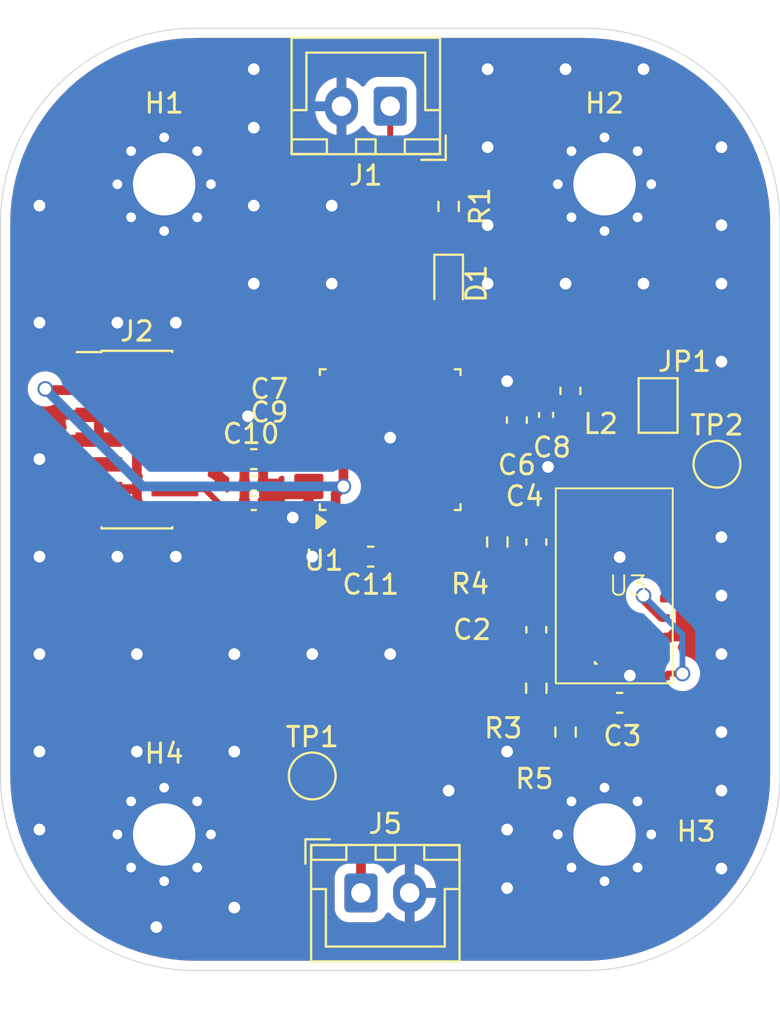
<source format=kicad_pcb>
(kicad_pcb (version 20241229) (generator "pcbnew") (generator_version "9.0")
  (layers (0 "F.Cu" signal) (2 "B.Cu" signal) (13 "F.Paste" user) (15 "B.Paste" user) (5 "F.SilkS" user "F.Silkscreen") (7 "B.SilkS" user "B.Silkscreen") (1 "F.Mask" user) (3 "B.Mask" user) (25 "Edge.Cuts" user))
  (net 0 "")
  (net 1 "+24V")
  (net 2 "GND")
  (net 3 "Net-(U3-VCC)")
  (net 4 "+3.3V")
  (net 5 "+3.3VA")
  (net 6 "NRST")
  (net 7 "/LED_Stat")
  (net 8 "LED_Status")
  (net 9 "Bouton_Actif")
  (net 10 "SYS_SWDIO")
  (net 12 "SYS_SWCLK")
  (net 15 "USART2_RX")
  (net 16 "USART2_TX")
  (net 19 "Net-(U3-FB)")
  (net 20 "Net-(U3-FSW)")
  (net 41 "Net-(U3-EN)")
  (net 43 "/Test 3.3")
  (footprint "Capacitor_SMD:C_0603_1608Metric" (layer "F.Cu") (at 217.5 89.75 -90)
    (property "Reference" "C2" (at 0 3.3 180) (layer "F.SilkS"))
    (property "Value" "10 µ")
    (fp_line (start -0.14058 0.51) (end 0.14058 0.51) (stroke (width 0.12)) (layer "F.SilkS"))
    (fp_line (start -0.14058 -0.51) (end 0.14058 -0.51) (stroke (width 0.12)) (layer "F.SilkS"))
    (pad "1" smd roundrect (at -0.775 0 270) (size 0.9 0.95) (layers "F.Cu" "F.Mask" "F.Paste") (net 1 "+24V"))
    (pad "2" smd roundrect (at 0.775 0 270) (size 0.9 0.95) (layers "F.Cu" "F.Mask" "F.Paste") (net 2 "GND"))
  )
  (footprint "Capacitor_SMD:C_0603_1608Metric" (layer "F.Cu") (at 216.5 79 -90)
    (property "Reference" "C6" (at 2.3 0 180) (layer "F.SilkS"))
    (property "Value" "1 µF")
    (fp_line (start -0.14058 0.51) (end 0.14058 0.51) (stroke (width 0.12)) (layer "F.SilkS"))
    (fp_line (start -0.14058 -0.51) (end 0.14058 -0.51) (stroke (width 0.12)) (layer "F.SilkS"))
    (pad "1" smd roundrect (at -0.775 0 270) (size 0.9 0.95) (layers "F.Cu" "F.Mask" "F.Paste") (net 5 "+3.3VA"))
    (pad "2" smd roundrect (at 0.775 0 270) (size 0.9 0.95) (layers "F.Cu" "F.Mask" "F.Paste") (net 2 "GND"))
  )
  (footprint "Capacitor_SMD:C_0402_1005Metric" (layer "F.Cu") (at 203 83.25)
    (property "Reference" "C10" (at -0.14058 -3.55 0) (layer "F.SilkS"))
    (property "Value" "100 nF")
    (fp_line (start -0.107836 -0.36) (end 0.107836 -0.36) (stroke (width 0.12)) (layer "F.SilkS"))
    (fp_line (start -0.107836 0.36) (end 0.107836 0.36) (stroke (width 0.12)) (layer "F.SilkS"))
    (pad "1" smd roundrect (at -0.48 0) (size 0.56 0.62) (layers "F.Cu" "F.Mask" "F.Paste") (net 4 "+3.3V"))
    (pad "2" smd roundrect (at 0.48 0) (size 0.56 0.62) (layers "F.Cu" "F.Mask" "F.Paste") (net 2 "GND"))
  )
  (footprint "MountingHole:MountingHole_3.2mm_M3_Pad_Via" (layer "F.Cu") (at 198.4 66.9)
    (property "Reference" "H1" (at 0 -4.15 0) (layer "F.SilkS"))
    (property "Value" "MountingHole_Pad")
    (pad "1" thru_hole circle (at -2.4 0) (size 0.8 0.8) (drill 0.5) (layers "*.Cu" "*.Mask") (net 2 "GND"))
    (pad "1" thru_hole circle (at -1.697056 -1.697056) (size 0.8 0.8) (drill 0.5) (layers "*.Cu" "*.Mask") (net 2 "GND"))
    (pad "1" thru_hole circle (at -1.697056 1.697056) (size 0.8 0.8) (drill 0.5) (layers "*.Cu" "*.Mask") (net 2 "GND"))
    (pad "1" thru_hole circle (at 0 -2.4) (size 0.8 0.8) (drill 0.5) (layers "*.Cu" "*.Mask") (net 2 "GND"))
    (pad "1" thru_hole circle (at 0 0) (size 6.4 6.4) (drill 3.2) (layers "*.Cu" "*.Mask") (net 2 "GND"))
    (pad "1" thru_hole circle (at 0 2.4) (size 0.8 0.8) (drill 0.5) (layers "*.Cu" "*.Mask") (net 2 "GND"))
    (pad "1" thru_hole circle (at 1.697056 -1.697056) (size 0.8 0.8) (drill 0.5) (layers "*.Cu" "*.Mask") (net 2 "GND"))
    (pad "1" thru_hole circle (at 1.697056 1.697056) (size 0.8 0.8) (drill 0.5) (layers "*.Cu" "*.Mask") (net 2 "GND"))
    (pad "1" thru_hole circle (at 2.4 0) (size 0.8 0.8) (drill 0.5) (layers "*.Cu" "*.Mask") (net 2 "GND"))
  )
  (footprint "Capacitor_SMD:C_0603_1608Metric" (layer "F.Cu") (at 217.5 85.25 -90)
    (property "Reference" "C4" (at -2.35 0.6 180) (layer "F.SilkS"))
    (property "Value" "47 µ")
    (fp_line (start -0.14058 0.51) (end 0.14058 0.51) (stroke (width 0.12)) (layer "F.SilkS"))
    (fp_line (start -0.14058 -0.51) (end 0.14058 -0.51) (stroke (width 0.12)) (layer "F.SilkS"))
    (pad "1" smd roundrect (at -0.775 0 270) (size 0.9 0.95) (layers "F.Cu" "F.Mask" "F.Paste") (net 43 "/Test 3.3"))
    (pad "2" smd roundrect (at 0.775 0 270) (size 0.9 0.95) (layers "F.Cu" "F.Mask" "F.Paste") (net 2 "GND"))
  )
  (footprint "Connector_JST:JST_XH_B2B-XH-A_1x02_P2.50mm_Vertical" (layer "F.Cu") (at 208.5 103.25)
    (property "Reference" "J5" (at 1.25 -3.55 0) (layer "F.SilkS"))
    (property "Value" "Conn_01x02")
    (fp_line (start -2.85 -2.75) (end -2.85 -1.5) (stroke (width 0.12)) (layer "F.SilkS"))
    (fp_line (start -2.56 -2.46) (end -2.56 3.51) (stroke (width 0.12)) (layer "F.SilkS"))
    (fp_line (start -2.56 3.51) (end 5.06 3.51) (stroke (width 0.12)) (layer "F.SilkS"))
    (fp_line (start -2.55 -2.45) (end -2.55 -1.7) (stroke (width 0.12)) (layer "F.SilkS"))
    (fp_line (start -2.55 -1.7) (end -0.75 -1.7) (stroke (width 0.12)) (layer "F.SilkS"))
    (fp_line (start -2.55 -0.2) (end -1.8 -0.2) (stroke (width 0.12)) (layer "F.SilkS"))
    (fp_line (start -1.8 -0.2) (end -1.8 2.75) (stroke (width 0.12)) (layer "F.SilkS"))
    (fp_line (start -1.8 2.75) (end 1.25 2.75) (stroke (width 0.12)) (layer "F.SilkS"))
    (fp_line (start -1.6 -2.75) (end -2.85 -2.75) (stroke (width 0.12)) (layer "F.SilkS"))
    (fp_line (start -0.75 -2.45) (end -2.55 -2.45) (stroke (width 0.12)) (layer "F.SilkS"))
    (fp_line (start -0.75 -1.7) (end -0.75 -2.45) (stroke (width 0.12)) (layer "F.SilkS"))
    (fp_line (start 0.75 -2.45) (end 0.75 -1.7) (stroke (width 0.12)) (layer "F.SilkS"))
    (fp_line (start 0.75 -1.7) (end 1.75 -1.7) (stroke (width 0.12)) (layer "F.SilkS"))
    (fp_line (start 1.75 -2.45) (end 0.75 -2.45) (stroke (width 0.12)) (layer "F.SilkS"))
    (fp_line (start 1.75 -1.7) (end 1.75 -2.45) (stroke (width 0.12)) (layer "F.SilkS"))
    (fp_line (start 3.25 -2.45) (end 3.25 -1.7) (stroke (width 0.12)) (layer "F.SilkS"))
    (fp_line (start 3.25 -1.7) (end 5.05 -1.7) (stroke (width 0.12)) (layer "F.SilkS"))
    (fp_line (start 4.3 -0.2) (end 4.3 2.75) (stroke (width 0.12)) (layer "F.SilkS"))
    (fp_line (start 4.3 2.75) (end 1.25 2.75) (stroke (width 0.12)) (layer "F.SilkS"))
    (fp_line (start 5.05 -2.45) (end 3.25 -2.45) (stroke (width 0.12)) (layer "F.SilkS"))
    (fp_line (start 5.05 -1.7) (end 5.05 -2.45) (stroke (width 0.12)) (layer "F.SilkS"))
    (fp_line (start 5.05 -0.2) (end 4.3 -0.2) (stroke (width 0.12)) (layer "F.SilkS"))
    (fp_line (start 5.06 -2.46) (end -2.56 -2.46) (stroke (width 0.12)) (layer "F.SilkS"))
    (fp_line (start 5.06 3.51) (end 5.06 -2.46) (stroke (width 0.12)) (layer "F.SilkS"))
    (pad "1" thru_hole roundrect (at 0 0) (size 1.7 2) (drill 1) (layers "*.Cu" "*.Mask") (roundrect_rratio 0.147059) (net 1 "+24V"))
    (pad "2" thru_hole oval (at 2.5 0) (size 1.7 2) (drill 1) (layers "*.Cu" "*.Mask") (net 2 "GND"))
  )
  (footprint "Resistor_SMD:R_0603_1608Metric" (layer "F.Cu") (at 213 68.0375 90)
    (property "Reference" "R1" (at 0 1.6 90) (layer "F.SilkS"))
    (property "Value" "1k")
    (fp_line (start -0.237258 -0.5225) (end 0.237258 -0.5225) (stroke (width 0.12)) (layer "F.SilkS"))
    (fp_line (start -0.237258 0.5225) (end 0.237258 0.5225) (stroke (width 0.12)) (layer "F.SilkS"))
    (pad "1" smd roundrect (at -0.825 0 90) (size 0.8 0.95) (layers "F.Cu" "F.Mask" "F.Paste") (net 7 "/LED_Stat"))
    (pad "2" smd roundrect (at 0.825 0 90) (size 0.8 0.95) (layers "F.Cu" "F.Mask" "F.Paste") (net 2 "GND"))
  )
  (footprint "LED_SMD:LED_0603_1608Metric" (layer "F.Cu") (at 213 72 -90)
    (property "Reference" "D1" (at 0 -1.43 90) (layer "F.SilkS"))
    (property "Value" "LED_Small")
    (fp_line (start -1.485 0.735) (end 0.8 0.735) (stroke (width 0.12)) (layer "F.SilkS"))
    (fp_line (start -1.485 -0.735) (end -1.485 0.735) (stroke (width 0.12)) (layer "F.SilkS"))
    (fp_line (start 0.8 -0.735) (end -1.485 -0.735) (stroke (width 0.12)) (layer "F.SilkS"))
    (pad "1" smd roundrect (at -0.7875 0 270) (size 0.875 0.95) (layers "F.Cu" "F.Mask" "F.Paste") (net 7 "/LED_Stat"))
    (pad "2" smd roundrect (at 0.7875 0 270) (size 0.875 0.95) (layers "F.Cu" "F.Mask" "F.Paste") (net 8 "LED_Status"))
  )
  (footprint "Capacitor_SMD:C_0603_1608Metric" (layer "F.Cu") (at 221.775 93.5)
    (property "Reference" "C3" (at 0.14058 1.7 0) (layer "F.SilkS"))
    (property "Value" "1 µ")
    (fp_line (start -0.14058 -0.51) (end 0.14058 -0.51) (stroke (width 0.12)) (layer "F.SilkS"))
    (fp_line (start -0.14058 0.51) (end 0.14058 0.51) (stroke (width 0.12)) (layer "F.SilkS"))
    (pad "1" smd roundrect (at -0.775 0) (size 0.9 0.95) (layers "F.Cu" "F.Mask" "F.Paste") (net 3 "Net-(U3-VCC)"))
    (pad "2" smd roundrect (at 0.775 0) (size 0.9 0.95) (layers "F.Cu" "F.Mask" "F.Paste") (net 2 "GND"))
  )
  (footprint "Resistor_SMD:R_0603_1608Metric" (layer "F.Cu") (at 217.5 92.75 -90)
    (property "Reference" "R3" (at 2.05 1.7 180) (layer "F.SilkS"))
    (property "Value" "137k")
    (fp_line (start -0.237258 0.5225) (end 0.237258 0.5225) (stroke (width 0.12)) (layer "F.SilkS"))
    (fp_line (start -0.237258 -0.5225) (end 0.237258 -0.5225) (stroke (width 0.12)) (layer "F.SilkS"))
    (pad "1" smd roundrect (at -0.825 0 270) (size 0.8 0.95) (layers "F.Cu" "F.Mask" "F.Paste") (net 19 "Net-(U3-FB)"))
    (pad "2" smd roundrect (at 0.825 0 270) (size 0.8 0.95) (layers "F.Cu" "F.Mask" "F.Paste") (net 2 "GND"))
  )
  (footprint "TestPoint:TestPoint_Pad_D2.0mm" (layer "F.Cu") (at 226.77 81.26)
    (property "Reference" "TP2" (at 0 -1.998 0) (layer "F.SilkS"))
    (property "Value" "3.3V")
    (fp_circle (center 0 0) (end 0 1.2) (stroke (width 0.12)) (fill no) (layer "F.SilkS"))
    (pad "1" smd circle (at 0 0) (size 2 2) (layers "F.Cu" "F.Mask") (net 43 "/Test 3.3"))
  )
  (footprint "MountingHole:MountingHole_3.2mm_M3_Pad_Via" (layer "F.Cu") (at 221 66.9)
    (property "Reference" "H2" (at 0 -4.15 0) (layer "F.SilkS"))
    (property "Value" "MountingHole_Pad")
    (pad "1" thru_hole circle (at -2.4 0) (size 0.8 0.8) (drill 0.5) (layers "*.Cu" "*.Mask") (net 2 "GND"))
    (pad "1" thru_hole circle (at -1.697056 -1.697056) (size 0.8 0.8) (drill 0.5) (layers "*.Cu" "*.Mask") (net 2 "GND"))
    (pad "1" thru_hole circle (at -1.697056 1.697056) (size 0.8 0.8) (drill 0.5) (layers "*.Cu" "*.Mask") (net 2 "GND"))
    (pad "1" thru_hole circle (at 0 -2.4) (size 0.8 0.8) (drill 0.5) (layers "*.Cu" "*.Mask") (net 2 "GND"))
    (pad "1" thru_hole circle (at 0 0) (size 6.4 6.4) (drill 3.2) (layers "*.Cu" "*.Mask") (net 2 "GND"))
    (pad "1" thru_hole circle (at 0 2.4) (size 0.8 0.8) (drill 0.5) (layers "*.Cu" "*.Mask") (net 2 "GND"))
    (pad "1" thru_hole circle (at 1.697056 -1.697056) (size 0.8 0.8) (drill 0.5) (layers "*.Cu" "*.Mask") (net 2 "GND"))
    (pad "1" thru_hole circle (at 1.697056 1.697056) (size 0.8 0.8) (drill 0.5) (layers "*.Cu" "*.Mask") (net 2 "GND"))
    (pad "1" thru_hole circle (at 2.4 0) (size 0.8 0.8) (drill 0.5) (layers "*.Cu" "*.Mask") (net 2 "GND"))
  )
  (footprint "Jumper:SolderJumper-2_P1.3mm_Open_TrianglePad1.0x1.5mm" (layer "F.Cu") (at 223.75 78.25 90)
    (property "Reference" "JP1" (at 2.25 1.35 180) (layer "F.SilkS"))
    (property "Value" "SolderJumper_2_Open")
    (fp_line (start 1.4 -1) (end 1.4 1) (stroke (width 0.12)) (layer "F.SilkS"))
    (fp_line (start -1.4 -1) (end 1.4 -1) (stroke (width 0.12)) (layer "F.SilkS"))
    (fp_line (start 1.4 1) (end -1.4 1) (stroke (width 0.12)) (layer "F.SilkS"))
    (fp_line (start -1.4 1) (end -1.4 -1) (stroke (width 0.12)) (layer "F.SilkS"))
    (pad "1" smd custom (at -0.725 0 90) (size 0.3 0.3) (layers "F.Cu" "F.Mask") (net 43 "/Test 3.3") (options (clearance outline) (anchor rect)) (primitives (gr_poly (pts (xy 1 0) (xy 0.5 0.75) (xy -0.5 0.75) (xy -0.5 -0.75) (xy 0.5 -0.75)) (width 0) (fill yes))))
    (pad "2" smd custom (at 0.725 0 90) (size 0.3 0.3) (layers "F.Cu" "F.Mask") (net 4 "+3.3V") (options (clearance outline) (anchor rect)) (primitives (gr_poly (pts (xy 0.5 0.75) (xy -0.65 0.75) (xy -0.15 0) (xy -0.65 -0.75) (xy 0.5 -0.75)) (width 0) (fill yes))))
  )
  (footprint "Capacitor_SMD:C_0402_1005Metric" (layer "F.Cu") (at 218 78.73 -90)
    (property "Reference" "C8" (at 1.67 -0.3 180) (layer "F.SilkS"))
    (property "Value" "10 nF")
    (fp_line (start -0.107836 0.36) (end 0.107836 0.36) (stroke (width 0.12)) (layer "F.SilkS"))
    (fp_line (start -0.107836 -0.36) (end 0.107836 -0.36) (stroke (width 0.12)) (layer "F.SilkS"))
    (pad "1" smd roundrect (at -0.48 0 270) (size 0.56 0.62) (layers "F.Cu" "F.Mask" "F.Paste") (net 5 "+3.3VA"))
    (pad "2" smd roundrect (at 0.48 0 270) (size 0.56 0.62) (layers "F.Cu" "F.Mask" "F.Paste") (net 2 "GND"))
  )
  (footprint "Inductor_SMD:L_0603_1608Metric" (layer "F.Cu") (at 219.25 77.5 90)
    (property "Reference" "L2" (at -1.687085 1.55 180) (layer "F.SilkS"))
    (property "Value" "39 nH")
    (fp_line (start -0.162779 -0.51) (end 0.162779 -0.51) (stroke (width 0.12)) (layer "F.SilkS"))
    (fp_line (start -0.162779 0.51) (end 0.162779 0.51) (stroke (width 0.12)) (layer "F.SilkS"))
    (pad "1" smd roundrect (at -0.7875 0 90) (size 0.875 0.95) (layers "F.Cu" "F.Mask" "F.Paste") (net 5 "+3.3VA"))
    (pad "2" smd roundrect (at 0.7875 0 90) (size 0.875 0.95) (layers "F.Cu" "F.Mask" "F.Paste") (net 4 "+3.3V"))
  )
  (footprint "MountingHole:MountingHole_3.2mm_M3_Pad_Via" (layer "F.Cu") (at 221 100.25)
    (property "Reference" "H3" (at 4.7 -0.15 0) (layer "F.SilkS"))
    (property "Value" "MountingHole_Pad")
    (pad "1" thru_hole circle (at -2.4 0) (size 0.8 0.8) (drill 0.5) (layers "*.Cu" "*.Mask") (net 2 "GND"))
    (pad "1" thru_hole circle (at -1.697056 -1.697056) (size 0.8 0.8) (drill 0.5) (layers "*.Cu" "*.Mask") (net 2 "GND"))
    (pad "1" thru_hole circle (at -1.697056 1.697056) (size 0.8 0.8) (drill 0.5) (layers "*.Cu" "*.Mask") (net 2 "GND"))
    (pad "1" thru_hole circle (at 0 -2.4) (size 0.8 0.8) (drill 0.5) (layers "*.Cu" "*.Mask") (net 2 "GND"))
    (pad "1" thru_hole circle (at 0 0) (size 6.4 6.4) (drill 3.2) (layers "*.Cu" "*.Mask") (net 2 "GND"))
    (pad "1" thru_hole circle (at 0 2.4) (size 0.8 0.8) (drill 0.5) (layers "*.Cu" "*.Mask") (net 2 "GND"))
    (pad "1" thru_hole circle (at 1.697056 -1.697056) (size 0.8 0.8) (drill 0.5) (layers "*.Cu" "*.Mask") (net 2 "GND"))
    (pad "1" thru_hole circle (at 1.697056 1.697056) (size 0.8 0.8) (drill 0.5) (layers "*.Cu" "*.Mask") (net 2 "GND"))
    (pad "1" thru_hole circle (at 2.4 0) (size 0.8 0.8) (drill 0.5) (layers "*.Cu" "*.Mask") (net 2 "GND"))
  )
  (footprint "Connector_PinHeader_1.27mm:PinHeader_2x07_P1.27mm_Vertical_SMD" (layer "F.Cu") (at 197 80)
    (property "Reference" "J2" (at 0 -5.555 0) (layer "F.SilkS"))
    (property "Value" "Conn_ST_STDC14")
    (fp_line (start -3.09 -4.49) (end -1.815 -4.49) (stroke (width 0.12)) (layer "F.SilkS"))
    (fp_line (start -1.815 -4.555) (end -1.815 -4.49) (stroke (width 0.12)) (layer "F.SilkS"))
    (fp_line (start -1.815 -4.555) (end 1.815 -4.555) (stroke (width 0.12)) (layer "F.SilkS"))
    (fp_line (start -1.815 4.49) (end -1.815 4.555) (stroke (width 0.12)) (layer "F.SilkS"))
    (fp_line (start -1.815 4.555) (end 1.815 4.555) (stroke (width 0.12)) (layer "F.SilkS"))
    (fp_line (start 1.815 -4.555) (end 1.815 -4.49) (stroke (width 0.12)) (layer "F.SilkS"))
    (fp_line (start 1.815 4.49) (end 1.815 4.555) (stroke (width 0.12)) (layer "F.SilkS"))
    (pad "1" smd rect (at -1.95 -3.81) (size 2.4 0.74) (layers "F.Cu" "F.Mask" "F.Paste"))
    (pad "2" smd rect (at 1.95 -3.81) (size 2.4 0.74) (layers "F.Cu" "F.Mask" "F.Paste"))
    (pad "3" smd rect (at -1.95 -2.54) (size 2.4 0.74) (layers "F.Cu" "F.Mask" "F.Paste") (net 4 "+3.3V"))
    (pad "4" smd rect (at 1.95 -2.54) (size 2.4 0.74) (layers "F.Cu" "F.Mask" "F.Paste") (net 10 "SYS_SWDIO"))
    (pad "5" smd rect (at -1.95 -1.27) (size 2.4 0.74) (layers "F.Cu" "F.Mask" "F.Paste") (net 2 "GND"))
    (pad "6" smd rect (at 1.95 -1.27) (size 2.4 0.74) (layers "F.Cu" "F.Mask" "F.Paste") (net 12 "SYS_SWCLK"))
    (pad "7" smd rect (at -1.95 0) (size 2.4 0.74) (layers "F.Cu" "F.Mask" "F.Paste") (net 2 "GND"))
    (pad "8" smd rect (at 1.95 0) (size 2.4 0.74) (layers "F.Cu" "F.Mask" "F.Paste"))
    (pad "9" smd rect (at -1.95 1.27) (size 2.4 0.74) (layers "F.Cu" "F.Mask" "F.Paste"))
    (pad "10" smd rect (at 1.95 1.27) (size 2.4 0.74) (layers "F.Cu" "F.Mask" "F.Paste"))
    (pad "11" smd rect (at -1.95 2.54) (size 2.4 0.74) (layers "F.Cu" "F.Mask" "F.Paste") (net 2 "GND"))
    (pad "12" smd rect (at 1.95 2.54) (size 2.4 0.74) (layers "F.Cu" "F.Mask" "F.Paste") (net 6 "NRST"))
    (pad "13" smd rect (at -1.95 3.81) (size 2.4 0.74) (layers "F.Cu" "F.Mask" "F.Paste") (net 15 "USART2_RX"))
    (pad "14" smd rect (at 1.95 3.81) (size 2.4 0.74) (layers "F.Cu" "F.Mask" "F.Paste") (net 16 "USART2_TX"))
  )
  (footprint "MountingHole:MountingHole_3.2mm_M3_Pad_Via" (layer "F.Cu") (at 198.4 100.25)
    (property "Reference" "H4" (at 0 -4.15 0) (layer "F.SilkS"))
    (property "Value" "MountingHole_Pad")
    (pad "1" thru_hole circle (at -2.4 0) (size 0.8 0.8) (drill 0.5) (layers "*.Cu" "*.Mask") (net 2 "GND"))
    (pad "1" thru_hole circle (at -1.697056 -1.697056) (size 0.8 0.8) (drill 0.5) (layers "*.Cu" "*.Mask") (net 2 "GND"))
    (pad "1" thru_hole circle (at -1.697056 1.697056) (size 0.8 0.8) (drill 0.5) (layers "*.Cu" "*.Mask") (net 2 "GND"))
    (pad "1" thru_hole circle (at 0 -2.4) (size 0.8 0.8) (drill 0.5) (layers "*.Cu" "*.Mask") (net 2 "GND"))
    (pad "1" thru_hole circle (at 0 0) (size 6.4 6.4) (drill 3.2) (layers "*.Cu" "*.Mask") (net 2 "GND"))
    (pad "1" thru_hole circle (at 0 2.4) (size 0.8 0.8) (drill 0.5) (layers "*.Cu" "*.Mask") (net 2 "GND"))
    (pad "1" thru_hole circle (at 1.697056 -1.697056) (size 0.8 0.8) (drill 0.5) (layers "*.Cu" "*.Mask") (net 2 "GND"))
    (pad "1" thru_hole circle (at 1.697056 1.697056) (size 0.8 0.8) (drill 0.5) (layers "*.Cu" "*.Mask") (net 2 "GND"))
    (pad "1" thru_hole circle (at 2.4 0) (size 0.8 0.8) (drill 0.5) (layers "*.Cu" "*.Mask") (net 2 "GND"))
  )
  (footprint "Package_QFP:LQFP-32_7x7mm_P0.8mm" (layer "F.Cu") (at 210 80 90)
    (property "Reference" "U1" (at -6.2 -3.4 180) (layer "F.SilkS"))
    (property "Value" "STM32G431KBTx")
    (fp_line (start 3.61 -3.61) (end 3.61 -3.31) (stroke (width 0.12)) (layer "F.SilkS"))
    (fp_line (start 3.31 -3.61) (end 3.61 -3.61) (stroke (width 0.12)) (layer "F.SilkS"))
    (fp_line (start -3.31 -3.61) (end -3.61 -3.61) (stroke (width 0.12)) (layer "F.SilkS"))
    (fp_line (start -3.61 -3.61) (end -3.61 -3.31) (stroke (width 0.12)) (layer "F.SilkS"))
    (fp_line (start 3.61 3.61) (end 3.61 3.31) (stroke (width 0.12)) (layer "F.SilkS"))
    (fp_line (start 3.31 3.61) (end 3.61 3.61) (stroke (width 0.12)) (layer "F.SilkS"))
    (fp_line (start -3.31 3.61) (end -3.61 3.61) (stroke (width 0.12)) (layer "F.SilkS"))
    (fp_line (start -3.61 3.61) (end -3.61 3.31) (stroke (width 0.12)) (layer "F.SilkS"))
    (fp_poly (pts (xy -4.2125 -3.31) (xy -4.5525 -3.78) (xy -3.8725 -3.78)) (stroke (width 0.12)) (fill yes) (layer "F.SilkS"))
    (pad "1" smd roundrect (at -4.175 -2.8 90) (size 1.5 0.5) (layers "F.Cu" "F.Mask" "F.Paste") (net 4 "+3.3V"))
    (pad "2" smd roundrect (at -4.175 -2 90) (size 1.5 0.5) (layers "F.Cu" "F.Mask" "F.Paste"))
    (pad "3" smd roundrect (at -4.175 -1.2 90) (size 1.5 0.5) (layers "F.Cu" "F.Mask" "F.Paste"))
    (pad "4" smd roundrect (at -4.175 -0.4 90) (size 1.5 0.5) (layers "F.Cu" "F.Mask" "F.Paste") (net 6 "NRST"))
    (pad "5" smd roundrect (at -4.175 0.4 90) (size 1.5 0.5) (layers "F.Cu" "F.Mask" "F.Paste"))
    (pad "6" smd roundrect (at -4.175 1.2 90) (size 1.5 0.5) (layers "F.Cu" "F.Mask" "F.Paste"))
    (pad "7" smd roundrect (at -4.175 2 90) (size 1.5 0.5) (layers "F.Cu" "F.Mask" "F.Paste") (net 16 "USART2_TX"))
    (pad "8" smd roundrect (at -4.175 2.8 90) (size 1.5 0.5) (layers "F.Cu" "F.Mask" "F.Paste") (net 15 "USART2_RX"))
    (pad "9" smd roundrect (at -2.8 4.175 90) (size 0.5 1.5) (layers "F.Cu" "F.Mask" "F.Paste"))
    (pad "10" smd roundrect (at -2 4.175 90) (size 0.5 1.5) (layers "F.Cu" "F.Mask" "F.Paste"))
    (pad "11" smd roundrect (at -1.2 4.175 90) (size 0.5 1.5) (layers "F.Cu" "F.Mask" "F.Paste"))
    (pad "12" smd roundrect (at -0.4 4.175 90) (size 0.5 1.5) (layers "F.Cu" "F.Mask" "F.Paste"))
    (pad "13" smd roundrect (at 0.4 4.175 90) (size 0.5 1.5) (layers "F.Cu" "F.Mask" "F.Paste"))
    (pad "14" smd roundrect (at 1.2 4.175 90) (size 0.5 1.5) (layers "F.Cu" "F.Mask" "F.Paste") (net 2 "GND"))
    (pad "15" smd roundrect (at 2 4.175 90) (size 0.5 1.5) (layers "F.Cu" "F.Mask" "F.Paste") (net 5 "+3.3VA"))
    (pad "16" smd roundrect (at 2.8 4.175 90) (size 0.5 1.5) (layers "F.Cu" "F.Mask" "F.Paste") (net 2 "GND"))
    (pad "17" smd roundrect (at 4.175 2.8 90) (size 1.5 0.5) (layers "F.Cu" "F.Mask" "F.Paste") (net 4 "+3.3V"))
    (pad "18" smd roundrect (at 4.175 2 90) (size 1.5 0.5) (layers "F.Cu" "F.Mask" "F.Paste") (net 8 "LED_Status"))
    (pad "19" smd roundrect (at 4.175 1.2 90) (size 1.5 0.5) (layers "F.Cu" "F.Mask" "F.Paste") (net 9 "Bouton_Actif"))
    (pad "20" smd roundrect (at 4.175 0.4 90) (size 1.5 0.5) (layers "F.Cu" "F.Mask" "F.Paste"))
    (pad "21" smd roundrect (at 4.175 -0.4 90) (size 1.5 0.5) (layers "F.Cu" "F.Mask" "F.Paste"))
    (pad "22" smd roundrect (at 4.175 -1.2 90) (size 1.5 0.5) (layers "F.Cu" "F.Mask" "F.Paste"))
    (pad "23" smd roundrect (at 4.175 -2 90) (size 1.5 0.5) (layers "F.Cu" "F.Mask" "F.Paste") (net 10 "SYS_SWDIO"))
    (pad "24" smd roundrect (at 4.175 -2.8 90) (size 1.5 0.5) (layers "F.Cu" "F.Mask" "F.Paste") (net 12 "SYS_SWCLK"))
    (pad "25" smd roundrect (at 2.8 -4.175 90) (size 0.5 1.5) (layers "F.Cu" "F.Mask" "F.Paste"))
    (pad "26" smd roundrect (at 2 -4.175 90) (size 0.5 1.5) (layers "F.Cu" "F.Mask" "F.Paste"))
    (pad "27" smd roundrect (at 1.2 -4.175 90) (size 0.5 1.5) (layers "F.Cu" "F.Mask" "F.Paste"))
    (pad "28" smd roundrect (at 0.4 -4.175 90) (size 0.5 1.5) (layers "F.Cu" "F.Mask" "F.Paste"))
    (pad "29" smd roundrect (at -0.4 -4.175 90) (size 0.5 1.5) (layers "F.Cu" "F.Mask" "F.Paste"))
    (pad "30" smd roundrect (at -1.2 -4.175 90) (size 0.5 1.5) (layers "F.Cu" "F.Mask" "F.Paste"))
    (pad "31" smd roundrect (at -2 -4.175 90) (size 0.5 1.5) (layers "F.Cu" "F.Mask" "F.Paste"))
    (pad "32" smd roundrect (at -2.8 -4.175 90) (size 0.5 1.5) (layers "F.Cu" "F.Mask" "F.Paste") (net 2 "GND"))
  )
  (footprint "Capacitor_SMD:C_0603_1608Metric" (layer "F.Cu") (at 203 81)
    (property "Reference" "C7" (at 0.8 -3.6 0) (layer "F.SilkS"))
    (property "Value" "4.7 µF")
    (fp_line (start -0.14058 -0.51) (end 0.14058 -0.51) (stroke (width 0.12)) (layer "F.SilkS"))
    (fp_line (start -0.14058 0.51) (end 0.14058 0.51) (stroke (width 0.12)) (layer "F.SilkS"))
    (pad "1" smd roundrect (at -0.775 0) (size 0.9 0.95) (layers "F.Cu" "F.Mask" "F.Paste") (net 4 "+3.3V"))
    (pad "2" smd roundrect (at 0.775 0) (size 0.9 0.95) (layers "F.Cu" "F.Mask" "F.Paste") (net 2 "GND"))
  )
  (footprint "Capacitor_SMD:C_0402_1005Metric" (layer "F.Cu") (at 203 82.25)
    (property "Reference" "C9" (at 0.8 -3.65 0) (layer "F.SilkS"))
    (property "Value" "100 nF")
    (fp_line (start -0.107836 -0.36) (end 0.107836 -0.36) (stroke (width 0.12)) (layer "F.SilkS"))
    (fp_line (start -0.107836 0.36) (end 0.107836 0.36) (stroke (width 0.12)) (layer "F.SilkS"))
    (pad "1" smd roundrect (at -0.48 0) (size 0.56 0.62) (layers "F.Cu" "F.Mask" "F.Paste") (net 4 "+3.3V"))
    (pad "2" smd roundrect (at 0.48 0) (size 0.56 0.62) (layers "F.Cu" "F.Mask" "F.Paste") (net 2 "GND"))
  )
  (footprint "Connector_JST:JST_XH_B2B-XH-A_1x02_P2.50mm_Vertical" (layer "F.Cu") (at 210 62.9 180)
    (property "Reference" "J1" (at 1.25 -3.55 0) (layer "F.SilkS"))
    (property "Value" "Conn_01x02")
    (fp_line (start 5.06 3.51) (end 5.06 -2.46) (stroke (width 0.12)) (layer "F.SilkS"))
    (fp_line (start 5.06 -2.46) (end -2.56 -2.46) (stroke (width 0.12)) (layer "F.SilkS"))
    (fp_line (start 5.05 -0.2) (end 4.3 -0.2) (stroke (width 0.12)) (layer "F.SilkS"))
    (fp_line (start 5.05 -1.7) (end 5.05 -2.45) (stroke (width 0.12)) (layer "F.SilkS"))
    (fp_line (start 5.05 -2.45) (end 3.25 -2.45) (stroke (width 0.12)) (layer "F.SilkS"))
    (fp_line (start 4.3 2.75) (end 1.25 2.75) (stroke (width 0.12)) (layer "F.SilkS"))
    (fp_line (start 4.3 -0.2) (end 4.3 2.75) (stroke (width 0.12)) (layer "F.SilkS"))
    (fp_line (start 3.25 -1.7) (end 5.05 -1.7) (stroke (width 0.12)) (layer "F.SilkS"))
    (fp_line (start 3.25 -2.45) (end 3.25 -1.7) (stroke (width 0.12)) (layer "F.SilkS"))
    (fp_line (start 1.75 -1.7) (end 1.75 -2.45) (stroke (width 0.12)) (layer "F.SilkS"))
    (fp_line (start 1.75 -2.45) (end 0.75 -2.45) (stroke (width 0.12)) (layer "F.SilkS"))
    (fp_line (start 0.75 -1.7) (end 1.75 -1.7) (stroke (width 0.12)) (layer "F.SilkS"))
    (fp_line (start 0.75 -2.45) (end 0.75 -1.7) (stroke (width 0.12)) (layer "F.SilkS"))
    (fp_line (start -0.75 -1.7) (end -0.75 -2.45) (stroke (width 0.12)) (layer "F.SilkS"))
    (fp_line (start -0.75 -2.45) (end -2.55 -2.45) (stroke (width 0.12)) (layer "F.SilkS"))
    (fp_line (start -1.6 -2.75) (end -2.85 -2.75) (stroke (width 0.12)) (layer "F.SilkS"))
    (fp_line (start -1.8 2.75) (end 1.25 2.75) (stroke (width 0.12)) (layer "F.SilkS"))
    (fp_line (start -1.8 -0.2) (end -1.8 2.75) (stroke (width 0.12)) (layer "F.SilkS"))
    (fp_line (start -2.55 -0.2) (end -1.8 -0.2) (stroke (width 0.12)) (layer "F.SilkS"))
    (fp_line (start -2.55 -1.7) (end -0.75 -1.7) (stroke (width 0.12)) (layer "F.SilkS"))
    (fp_line (start -2.55 -2.45) (end -2.55 -1.7) (stroke (width 0.12)) (layer "F.SilkS"))
    (fp_line (start -2.56 3.51) (end 5.06 3.51) (stroke (width 0.12)) (layer "F.SilkS"))
    (fp_line (start -2.56 -2.46) (end -2.56 3.51) (stroke (width 0.12)) (layer "F.SilkS"))
    (fp_line (start -2.85 -2.75) (end -2.85 -1.5) (stroke (width 0.12)) (layer "F.SilkS"))
    (pad "1" thru_hole roundrect (at 0 0 180) (size 1.7 2) (drill 1) (layers "*.Cu" "*.Mask") (roundrect_rratio 0.147059) (net 9 "Bouton_Actif"))
    (pad "2" thru_hole oval (at 2.5 0 180) (size 1.7 2) (drill 1) (layers "*.Cu" "*.Mask") (net 2 "GND"))
  )
  (footprint "Resistor_SMD:R_0603_1608Metric" (layer "F.Cu") (at 219 95 -90)
    (property "Reference" "R5" (at 2.4 1.6 180) (layer "F.SilkS"))
    (property "Value" "5.6k")
    (fp_line (start -0.237258 0.5225) (end 0.237258 0.5225) (stroke (width 0.12)) (layer "F.SilkS"))
    (fp_line (start -0.237258 -0.5225) (end 0.237258 -0.5225) (stroke (width 0.12)) (layer "F.SilkS"))
    (pad "1" smd roundrect (at -0.825 0 270) (size 0.8 0.95) (layers "F.Cu" "F.Mask" "F.Paste") (net 20 "Net-(U3-FSW)"))
    (pad "2" smd roundrect (at 0.825 0 270) (size 0.8 0.95) (layers "F.Cu" "F.Mask" "F.Paste") (net 2 "GND"))
  )
  (footprint "Perso:WPME_Magic" (layer "F.Cu") (at 221.5 87.5 90)
    (property "Reference" "U3" (at 0 0.7 0) (layer "F.SilkS") (effects (font (thickness 0.1))))
    (property "Value" "MCP1640x-xMC")
    (fp_line (start -3.9 -1) (end -4 -1) (stroke (width 0.1)) (layer "F.SilkS"))
    (fp_line (start -4 -1) (end -4 -0.9) (stroke (width 0.1)) (layer "F.SilkS"))
    (fp_line (start -4 -0.9) (end -3.9 -1) (stroke (width 0.1)) (layer "F.SilkS"))
    (fp_rect (start -5 -3) (end 5 3) (stroke (width 0.1)) (fill no) (layer "F.SilkS"))
    (pad "1" smd roundrect (at -4.65 -2.6 90) (size 0.4 0.5) (layers "F.Cu" "F.Mask" "F.Paste") (roundrect_rratio 0.15) (net 20 "Net-(U3-FSW)"))
    (pad "2" smd roundrect (at -3.65 -2.6 90) (size 0.4 0.5) (layers "F.Cu" "F.Mask" "F.Paste") (roundrect_rratio 0.15) (net 19 "Net-(U3-FB)"))
    (pad "3" smd roundrect (at -2.65 -2.6 90) (size 0.4 0.5) (layers "F.Cu" "F.Mask" "F.Paste") (roundrect_rratio 0.15) (net 3 "Net-(U3-VCC)"))
    (pad "4" smd roundrect (at -1.65 -2.6 90) (size 0.4 0.5) (layers "F.Cu" "F.Mask" "F.Paste") (roundrect_rratio 0.15) (net 1 "+24V"))
    (pad "5" smd roundrect (at -0.65 -2.6 90) (size 0.4 0.5) (layers "F.Cu" "F.Mask" "F.Paste") (roundrect_rratio 0.15) (net 1 "+24V"))
    (pad "6" smd roundrect (at 4.1 -2.1 90) (size 1.5 1.5) (layers "F.Cu" "F.Mask" "F.Paste") (roundrect_rratio 0.15) (net 43 "/Test 3.3"))
    (pad "7" smd roundrect (at 4.1 2.1 90) (size 1.5 1.5) (layers "F.Cu" "F.Mask" "F.Paste") (roundrect_rratio 0.15) (net 43 "/Test 3.3"))
    (pad "8" smd roundrect (at -0.65 2.6 90) (size 0.4 0.5) (layers "F.Cu" "F.Mask" "F.Paste") (roundrect_rratio 0.15))
    (pad "9" smd roundrect (at -1.65 2.6 90) (size 0.4 0.5) (layers "F.Cu" "F.Mask" "F.Paste") (roundrect_rratio 0.15) (net 41 "Net-(U3-EN)"))
    (pad "10" smd roundrect (at -2.65 2.6 90) (size 0.4 0.5) (layers "F.Cu" "F.Mask" "F.Paste") (roundrect_rratio 0.15) (net 2 "GND"))
    (pad "11" smd roundrect (at -3.65 2.6 90) (size 0.4 0.5) (layers "F.Cu" "F.Mask" "F.Paste") (roundrect_rratio 0.15))
    (pad "12" smd roundrect (at -4.65 2.6 90) (size 0.4 0.5) (layers "F.Cu" "F.Mask" "F.Paste") (roundrect_rratio 0.15) (net 41 "Net-(U3-EN)"))
    (pad "13" smd roundrect (at -3.05 0 90) (size 1.5 1.5) (layers "F.Cu" "F.Mask" "F.Paste") (roundrect_rratio 0.15) (net 2 "GND"))
  )
  (footprint "TestPoint:TestPoint_Pad_D2.0mm" (layer "F.Cu") (at 206 97.25)
    (property "Reference" "TP1" (at 0 -1.998 0) (layer "F.SilkS"))
    (property "Value" "24V")
    (fp_circle (center 0 0) (end 0 1.2) (stroke (width 0.12)) (fill no) (layer "F.SilkS"))
    (pad "1" smd circle (at 0 0) (size 2 2) (layers "F.Cu" "F.Mask") (net 1 "+24V"))
  )
  (footprint "Resistor_SMD:R_0603_1608Metric" (layer "F.Cu") (at 215.5 85.25 -90)
    (property "Reference" "R4" (at 2.15 1.4 180) (layer "F.SilkS"))
    (property "Value" "402k")
    (fp_line (start -0.237258 0.5225) (end 0.237258 0.5225) (stroke (width 0.12)) (layer "F.SilkS"))
    (fp_line (start -0.237258 -0.5225) (end 0.237258 -0.5225) (stroke (width 0.12)) (layer "F.SilkS"))
    (pad "1" smd roundrect (at -0.825 0 270) (size 0.8 0.95) (layers "F.Cu" "F.Mask" "F.Paste") (net 43 "/Test 3.3"))
    (pad "2" smd roundrect (at 0.825 0 270) (size 0.8 0.95) (layers "F.Cu" "F.Mask" "F.Paste") (net 19 "Net-(U3-FB)"))
  )
  (footprint "Capacitor_SMD:C_0603_1608Metric" (layer "F.Cu") (at 209 86 180)
    (property "Reference" "C11" (at 0 -1.43 0) (layer "F.SilkS"))
    (property "Value" "100nF")
    (fp_line (start -0.14058 0.51) (end 0.14058 0.51) (stroke (width 0.12)) (layer "F.SilkS"))
    (fp_line (start -0.14058 -0.51) (end 0.14058 -0.51) (stroke (width 0.12)) (layer "F.SilkS"))
    (pad "1" smd roundrect (at -0.775 0 180) (size 0.9 0.95) (layers "F.Cu" "F.Mask" "F.Paste") (net 6 "NRST"))
    (pad "2" smd roundrect (at 0.775 0 180) (size 0.9 0.95) (layers "F.Cu" "F.Mask" "F.Paste") (net 2 "GND"))
  )
  (gr_line (start 190.000006 68.9) (end 190 97.228928) (stroke (width 0.05)) (layer "Edge.Cuts"))
  (gr_line (start 200 107.228932) (end 220 107.228941) (stroke (width 0.05)) (layer "Edge.Cuts"))
  (gr_arc (start 220 58.9) (mid 227.071068 61.828932) (end 230 68.9) (stroke (width 0.05)) (layer "Edge.Cuts"))
  (gr_arc (start 190 68.9) (mid 192.928932 61.828932) (end 200 58.9) (stroke (width 0.05)) (layer "Edge.Cuts"))
  (gr_arc (start 230 97.2) (mid 227.081319 104.289793) (end 220 107.228974) (stroke (width 0.05)) (layer "Edge.Cuts"))
  (gr_line (start 220 58.9) (end 200 58.9) (stroke (width 0.05)) (layer "Edge.Cuts"))
  (gr_arc (start 200 107.228932) (mid 192.928932 104.3) (end 190 97.228932) (stroke (width 0.05)) (layer "Edge.Cuts"))
  (gr_line (start 230 97.2) (end 230 68.9) (stroke (width 0.05)) (layer "Edge.Cuts"))
  (segment (start 210.725 95.625) (end 218.05 88.3) (width 0.5) (layer "F.Cu") (net 1))
  (segment (start 207.625 95.625) (end 210.725 95.625) (width 0.5) (layer "F.Cu") (net 1))
  (segment (start 208.5 97.85) (end 210.725 95.625) (width 0.5) (layer "F.Cu") (net 1))
  (segment (start 218.05 88.3) (end 218.9 88.3) (width 0.5) (layer "F.Cu") (net 1))
  (segment (start 217.675 89.15) (end 217.5 88.975) (width 0.5) (layer "F.Cu") (net 1))
  (segment (start 218.9 89.15) (end 217.675 89.15) (width 0.5) (layer "F.Cu") (net 1))
  (segment (start 206 97.25) (end 207.625 95.625) (width 0.5) (layer "F.Cu") (net 1))
  (segment (start 208.5 103.25) (end 208.5 97.85) (width 0.5) (layer "F.Cu") (net 1))
  (segment (start 203.48 82.35) (end 203.93 82.8) (width 0.5) (layer "F.Cu") (net 2))
  (segment (start 216 94) (end 216 96) (width 0.5) (layer "F.Cu") (net 2))
  (segment (start 202.7 78.8) (end 203.775 79.875) (width 0.5) (layer "F.Cu") (net 2))
  (segment (start 205.825 82.8) (end 205.825 83.175) (width 0.5) (layer "F.Cu") (net 2))
  (segment (start 215.2 78.8) (end 215.9 79.5) (width 0.5) (layer "F.Cu") (net 2))
  (segment (start 193.299 82.191) (end 193.299 80.051) (width 0.5) (layer "F.Cu") (net 2))
  (segment (start 214.175 77.2) (end 215.8 77.2) (width 0.5) (layer "F.Cu") (net 2))
  (segment (start 206 86) (end 208.225 86) (width 0.5) (layer "F.Cu") (net 2))
  (segment (start 216.425 93.575) (end 216 94) (width 0.5) (layer "F.Cu") (net 2))
  (segment (start 218 81.3) (end 218.1 81.4) (width 0.5) (layer "F.Cu") (net 2))
  (segment (start 217.435 79.775) (end 218 79.21) (width 0.5) (layer "F.Cu") (net 2))
  (segment (start 212.8 78.8) (end 212.76 78.84) (width 0.5) (layer "F.Cu") (net 2))
  (segment (start 221.5 91.3) (end 222.3 92.1) (width 0.5) (layer "F.Cu") (net 2))
  (segment (start 214.175 78.8) (end 215.2 78.8) (width 0.5) (layer "F.Cu") (net 2))
  (segment (start 218 79.21) (end 218 81.3) (width 0.5) (layer "F.Cu") (net 2))
  (segment (start 216 91.55) (end 216 94) (width 0.5) (layer "F.Cu") (net 2))
  (segment (start 217.025 90.525) (end 216 91.55) (width 0.5) (layer "F.Cu") (net 2))
  (segment (start 193.35 80) (end 195.05 80) (width 0.5) (layer "F.Cu") (net 2))
  (segment (start 195.05 82.54) (end 193.648 82.54) (width 0.5) (layer "F.Cu") (net 2))
  (segment (start 203.48 82.25) (end 203.48 82.35) (width 0.5) (layer "F.Cu") (net 2))
  (segment (start 221.5 90.55) (end 221.5 91.3) (width 0.5) (layer "F.Cu") (net 2))
  (segment (start 222.55 93.5) (end 222.3 93.25) (width 0.5) (layer "F.Cu") (net 2))
  (segment (start 224.349999 90.15) (end 224.1 90.15) (width 0.5) (layer "F.Cu") (net 2))
  (segment (start 223.170746 86.025) (end 224.901 87.755254) (width 0.5) (layer "F.Cu") (net 2))
  (segment (start 221.78 86.025) (end 223.170746 86.025) (width 0.5) (layer "F.Cu") (net 2))
  (segment (start 205.825 83.175) (end 205 84) (width 0.5) (layer "F.Cu") (net 2))
  (segment (start 205.825 82.8) (end 203.93 82.8) (width 0.5) (layer "F.Cu") (net 2))
  (segment (start 217.5 93.575) (end 216.425 93.575) (width 0.5) (layer "F.Cu") (net 2))
  (segment (start 217.5 90.525) (end 217.025 90.525) (width 0.5) (layer "F.Cu") (net 2))
  (segment (start 216.5 79.775) (end 217.435 79.775) (width 0.5) (layer "F.Cu") (net 2))
  (segment (start 222.3 93.25) (end 222.3 92.1) (width 0.5) (layer "F.Cu") (net 2))
  (segment (start 224.901 87.755254) (end 224.901 89.598999) (width 0.5) (layer "F.Cu") (net 2))
  (segment (start 194.22 80) (end 195.05 80) (width 0.2) (layer "F.Cu") (net 2))
  (segment (start 193.299 80.051) (end 193.35 80) (width 0.5) (layer "F.Cu") (net 2))
  (segment (start 224.901 89.598999) (end 224.349999 90.15) (width 0.5) (layer "F.Cu") (net 2))
  (segment (start 214.175 78.8) (end 212.8 78.8) (width 0.5) (layer "F.Cu") (net 2))
  (segment (start 216.225 79.5) (end 216.5 79.775) (width 0.5) (layer "F.Cu") (net 2))
  (segment (start 215.9 79.5) (end 216.225 79.5) (width 0.5) (layer "F.Cu") (net 2))
  (segment (start 203.93 82.8) (end 203.48 83.25) (width 0.5) (layer "F.Cu") (net 2))
  (segment (start 215.8 77.2) (end 216 77) (width 0.5) (layer "F.Cu") (net 2))
  (segment (start 203.775 79.875) (end 203.775 81) (width 0.5) (layer "F.Cu") (net 2))
  (segment (start 195.05 78.73) (end 195.05 80) (width 0.5) (layer "F.Cu") (net 2))
  (segment (start 217.5 86.025) (end 221.78 86.025) (width 0.5) (layer "F.Cu") (net 2))
  (segment (start 203.48 82.25) (end 203.48 81.295) (width 0.5) (layer "F.Cu") (net 2))
  (segment (start 193.648 82.54) (end 193.299 82.191) (width 0.5) (layer "F.Cu") (net 2))
  (segment (start 203.48 81.295) (end 203.775 81) (width 0.5) (layer "F.Cu") (net 2))
  (via (at 221.78 86.025) (size 0.8) (drill 0.6) (layers "F.Cu" "B.Cu") (net 2))
  (via (at 192 91) (size 0.8) (drill 0.6) (layers "F.Cu" "B.Cu") (net 2))
  (via (at 227 85) (size 0.8) (drill 0.6) (layers "F.Cu" "B.Cu") (net 2))
  (via (at 196 86) (size 0.8) (drill 0.6) (layers "F.Cu" "B.Cu") (net 2))
  (via (at 199 86) (size 0.8) (drill 0.6) (layers "F.Cu" "B.Cu") (net 2))
  (via (at 227 91) (size 0.8) (drill 0.6) (layers "F.Cu" "B.Cu") (net 2))
  (via (at 192 68) (size 0.8) (drill 0.6) (layers "F.Cu" "B.Cu") (net 2))
  (via (at 202.7 78.8) (size 0.8) (drill 0.6) (layers "F.Cu" "B.Cu") (net 2))
  (via (at 227 65) (size 0.8) (drill 0.6) (layers "F.Cu" "B.Cu") (net 2))
  (via (at 192 96) (size 0.8) (drill 0.6) (layers "F.Cu" "B.Cu") (net 2))
  (via (at 210 79.9) (size 0.8) (drill 0.6) (layers "F.Cu" "B.Cu") (net 2))
  (via (at 213 98) (size 0.8) (drill 0.6) (layers "F.Cu" "B.Cu") (net 2))
  (via (at 223 72) (size 0.8) (drill 0.6) (layers "F.Cu" "B.Cu") (net 2))
  (via (at 203 72) (size 0.8) (drill 0.6) (layers "F.Cu" "B.Cu") (net 2))
  (via (at 218.1 81.4) (size 0.8) (drill 0.6) (layers "F.Cu" "B.Cu") (net 2))
  (via (at 227 98) (size 0.8) (drill 0.6) (layers "F.Cu" "B.Cu") (net 2))
  (via (at 203 61) (size 0.8) (drill 0.6) (layers "F.Cu" "B.Cu") (net 2))
  (via (at 227 69) (size 0.8) (drill 0.6) (layers "F.Cu" "B.Cu") (net 2))
  (via (at 227 88) (size 0.8) (drill 0.6) (layers "F.Cu" "B.Cu") (net 2))
  (via (at 197 91) (size 0.8) (drill 0.6) (layers "F.Cu" "B.Cu") (net 2))
  (via (at 215 61) (size 0.8) (drill 0.6) (layers "F.Cu" "B.Cu") (net 2))
  (via (at 202 104) (size 0.8) (drill 0.6) (layers "F.Cu" "B.Cu") (net 2))
  (via (at 202 91) (size 0.8) (drill 0.6) (layers "F.Cu" "B.Cu") (net 2))
  (via (at 203 68) (size 0.8) (drill 0.6) (layers "F.Cu" "B.Cu") (net 2))
  (via (at 205 84) (size 0.8) (drill 0.6) (layers "F.Cu" "B.Cu") (net 2))
  (via (at 222.3 92.1) (size 0.8) (drill 0.6) (layers "F.Cu" "B.Cu") (net 2))
  (via (at 197 96) (size 0.8) (drill 0.6) (layers "F.Cu" "B.Cu") (net 2))
  (via (at 196 74) (size 0.8) (drill 0.6) (layers "F.Cu" "B.Cu") (net 2))
  (via (at 210 91) (size 0.8) (drill 0.6) (layers "F.Cu" "B.Cu") (net 2))
  (via (at 227 72) (size 0.8) (drill 0.6) (layers "F.Cu" "B.Cu") (net 2))
  (via (at 203 64) (size 0.8) (drill 0.6) (layers "F.Cu" "B.Cu") (net 2))
  (via (at 192 100) (size 0.8) (drill 0.6) (layers "F.Cu" "B.Cu") (net 2))
  (via (at 219 72) (size 0.8) (drill 0.6) (layers "F.Cu" "B.Cu") (net 2))
  (via (at 227 95) (size 0.8) (drill 0.6) (layers "F.Cu" "B.Cu") (net 2))
  (via (at 192 86) (size 0.8) (drill 0.6) (layers "F.Cu" "B.Cu") (net 2))
  (via (at 199 74) (size 0.8) (drill 0.6) (layers "F.Cu" "B.Cu") (net 2))
  (via (at 216 77) (size 0.8) (drill 0.6) (layers "F.Cu" "B.Cu") (net 2))
  (via (at 216 96) (size 0.8) (drill 0.6) (layers "F.Cu" "B.Cu") (net 2))
  (via (at 227 102) (size 0.8) (drill 0.6) (layers "F.Cu" "B.Cu") (net 2))
  (via (at 223 61) (size 0.8) (drill 0.6) (layers "F.Cu" "B.Cu") (net 2))
  (via (at 207 68) (size 0.8) (drill 0.6) (layers "F.Cu" "B.Cu") (net 2))
  (via (at 206 86) (size 0.8) (drill 0.6) (layers "F.Cu" "B.Cu") (net 2))
  (via (at 216 103) (size 0.8) (drill 0.6) (layers "F.Cu" "B.Cu") (net 2))
  (via (at 207 72) (size 0.8) (drill 0.6) (layers "F.Cu" "B.Cu") (net 2))
  (via (at 192 74) (size 0.8) (drill 0.6) (layers "F.Cu" "B.Cu") (net 2))
  (via (at 206 91) (size 0.8) (drill 0.6) (layers "F.Cu" "B.Cu") (net 2))
  (via (at 227 76) (size 0.8) (drill 0.6) (layers "F.Cu" "B.Cu") (net 2))
  (via (at 219 61) (size 0.8) (drill 0.6) (layers "F.Cu" "B.Cu") (net 2))
  (via (at 215 72) (size 0.8) (drill 0.6) (layers "F.Cu" "B.Cu") (net 2))
  (via (at 202 96) (size 0.8) (drill 0.6) (layers "F.Cu" "B.Cu") (net 2))
  (via (at 216 100) (size 0.8) (drill 0.6) (layers "F.Cu" "B.Cu") (net 2))
  (via (at 215 69) (size 0.8) (drill 0.6) (layers "F.Cu" "B.Cu") (net 2))
  (via (at 192 81) (size 0.8) (drill 0.6) (layers "F.Cu" "B.Cu") (net 2))
  (via (at 198 105) (size 0.8) (drill 0.6) (layers "F.Cu" "B.Cu") (net 2))
  (via (at 215 65) (size 0.8) (drill 0.6) (layers "F.Cu" "B.Cu") (net 2))
  (segment (start 218.9 90.15) (end 218.954326 90.15) (width 0.3) (layer "F.Cu") (net 3))
  (segment (start 218.954326 90.15) (end 221 92.195674) (width 0.3) (layer "F.Cu") (net 3))
  (segment (start 221 92.195674) (end 221 93.5) (width 0.3) (layer "F.Cu") (net 3))
  (segment (start 210.874 77.126) (end 212.6 77.126) (width 0.5) (layer "F.Cu") (net 4))
  (segment (start 207.2 84.175) (end 206.375 85) (width 0.5) (layer "F.Cu") (net 4))
  (segment (start 207.2 84.175) (end 207.2 82.8) (width 0.5) (layer "F.Cu") (net 4))
  (segment (start 207.2 82.8) (end 207.6 82.4) (width 0.5) (layer "F.Cu") (net 4))
  (segment (start 202.52 83.25) (end 202.52 82.25) (width 0.5) (layer "F.Cu") (net 4))
  (segment (start 202.52 83.581102) (end 202.52 83.25) (width 0.5) (layer "F.Cu") (net 4))
  (segment (start 207.6 82.4) (end 207.6 80.4) (width 0.5) (layer "F.Cu") (net 4))
  (segment (start 195.05 77.46) (end 192.36 77.46) (width 0.5) (layer "F.Cu") (net 4))
  (segment (start 203.938898 85) (end 202.52 83.581102) (width 0.5) (layer "F.Cu") (net 4))
  (segment (start 212.6 77.126) (end 212.8 76.926) (width 0.5) (layer "F.Cu") (net 4))
  (segment (start 206.375 85) (end 203.938898 85) (width 0.5) (layer "F.Cu") (net 4))
  (segment (start 192.36 77.46) (end 192.3 77.4) (width 0.5) (layer "F.Cu") (net 4))
  (segment (start 212.8 76.926) (end 212.8 75.825) (width 0.5) (layer "F.Cu") (net 4))
  (segment (start 202.52 81.295) (end 202.225 81) (width 0.5) (layer "F.Cu") (net 4))
  (segment (start 202.52 82.25) (end 202.52 81.295) (width 0.5) (layer "F.Cu") (net 4))
  (segment (start 207.6 80.4) (end 210.874 77.126) (width 0.5) (layer "F.Cu") (net 4))
  (segment (start 212.8 75.825) (end 212.875 75.75) (width 0.2) (layer "F.Cu") (net 4))
  (segment (start 223.043403 76.7125) (end 223.75 77.419097) (width 0.5) (layer "F.Cu") (net 4))
  (segment (start 218.3625 75.825) (end 212.8 75.825) (width 0.5) (layer "F.Cu") (net 4))
  (segment (start 219.25 76.7125) (end 218.3625 75.825) (width 0.5) (layer "F.Cu") (net 4))
  (segment (start 219.25 76.7125) (end 223.043403 76.7125) (width 0.5) (layer "F.Cu") (net 4))
  (via (at 192.3 77.4) (size 0.8) (drill 0.6) (layers "F.Cu" "B.Cu") (net 4))
  (via (at 207.6 82.4) (size 0.8) (drill 0.6) (layers "F.Cu" "B.Cu") (net 4))
  (segment (start 197.3 82.4) (end 192.3 77.4) (width 0.5) (layer "B.Cu") (net 4))
  (segment (start 207.6 82.4) (end 197.3 82.4) (width 0.5) (layer "B.Cu") (net 4))
  (segment (start 216.275 78) (end 216.5 78.225) (width 0.3) (layer "F.Cu") (net 5))
  (segment (start 217.975 78.225) (end 218 78.25) (width 0.3) (layer "F.Cu") (net 5))
  (segment (start 214.175 78) (end 216.275 78) (width 0.3) (layer "F.Cu") (net 5))
  (segment (start 219.2125 78.25) (end 219.25 78.2875) (width 0.3) (layer "F.Cu") (net 5))
  (segment (start 218 78.25) (end 219.2125 78.25) (width 0.3) (layer "F.Cu") (net 5))
  (segment (start 216.5 78.225) (end 217.975 78.225) (width 0.3) (layer "F.Cu") (net 5))
  (segment (start 204.873534 86.926) (end 208.849 86.926) (width 0.3) (layer "F.Cu") (net 6))
  (segment (start 200.487534 82.54) (end 204.873534 86.926) (width 0.3) (layer "F.Cu") (net 6))
  (segment (start 209.6 85.825) (end 209.6 84.175) (width 0.2) (layer "F.Cu") (net 6))
  (segment (start 208.849 86.926) (end 209.775 86) (width 0.3) (layer "F.Cu") (net 6))
  (segment (start 198.95 82.54) (end 200.487534 82.54) (width 0.3) (layer "F.Cu") (net 6))
  (segment (start 209.775 86) (end 209.6 85.825) (width 0.2) (layer "F.Cu") (net 6))
  (segment (start 213 68.8625) (end 213 71.2125) (width 0.3) (layer "F.Cu") (net 7))
  (segment (start 212 73.7875) (end 212 75.825) (width 0.3) (layer "F.Cu") (net 8))
  (segment (start 213 72.7875) (end 212 73.7875) (width 0.3) (layer "F.Cu") (net 8))
  (segment (start 210 73.43) (end 210 62.9) (width 0.3) (layer "F.Cu") (net 9))
  (segment (start 211.2 75.825) (end 211.2 74.63) (width 0.3) (layer "F.Cu") (net 9))
  (segment (start 211.2 74.63) (end 210 73.43) (width 0.3) (layer "F.Cu") (net 9))
  (segment (start 208 75.825) (end 208 75.05695) (width 0.3) (layer "F.Cu") (net 10))
  (segment (start 207.56705 74.624) (end 203.286 74.624) (width 0.3) (layer "F.Cu") (net 10))
  (segment (start 208 75.05695) (end 207.56705 74.624) (width 0.3) (layer "F.Cu") (net 10))
  (segment (start 203.286 74.624) (end 200.45 77.46) (width 0.3) (layer "F.Cu") (net 10))
  (segment (start 200.45 77.46) (end 198.95 77.46) (width 0.3) (layer "F.Cu") (net 10))
  (segment (start 199.78 77.46) (end 198.95 77.46) (width 0.2) (layer "F.Cu") (net 10))
  (segment (start 206.6 75.225) (end 207.2 75.825) (width 0.3) (layer "F.Cu") (net 12))
  (segment (start 198.95 78.73) (end 200.34 78.73) (width 0.3) (layer "F.Cu") (net 12))
  (segment (start 203.845 75.225) (end 206.6 75.225) (width 0.3) (layer "F.Cu") (net 12))
  (segment (start 200.34 78.73) (end 203.845 75.225) (width 0.3) (layer "F.Cu") (net 12))
  (segment (start 209.910184 88.152) (end 199.392 88.152) (width 0.3) (layer "F.Cu") (net 15))
  (segment (start 212.8 84.175) (end 212.8 85.262184) (width 0.3) (layer "F.Cu") (net 15))
  (segment (start 199.392 88.152) (end 195.05 83.81) (width 0.3) (layer "F.Cu") (net 15))
  (segment (start 212.8 85.262184) (end 209.910184 88.152) (width 0.3) (layer "F.Cu") (net 15))
  (segment (start 202.691 87.551) (end 198.95 83.81) (width 0.3) (layer "F.Cu") (net 16))
  (segment (start 212 84.175) (end 212 85.212242) (width 0.3) (layer "F.Cu") (net 16))
  (segment (start 209.661242 87.551) (end 202.691 87.551) (width 0.3) (layer "F.Cu") (net 16))
  (segment (start 212 85.212242) (end 209.661242 87.551) (width 0.3) (layer "F.Cu") (net 16))
  (segment (start 223.061242 94.426) (end 223.58 93.907242) (width 0.3) (layer "F.Cu") (net 19))
  (segment (start 218.96 91.15) (end 220.099 92.289) (width 0.3) (layer "F.Cu") (net 19))
  (segment (start 223.151 92.255326) (end 223.151 90.188758) (width 0.3) (layer "F.Cu") (net 19))
  (segment (start 223.58 92.684326) (end 223.151 92.255326) (width 0.3) (layer "F.Cu") (net 19))
  (segment (start 220.099 92.289) (end 220.099 94.036242) (width 0.3) (layer "F.Cu") (net 19))
  (segment (start 218.75 91.15) (end 218.9 91.15) (width 0.3) (layer "F.Cu") (net 19))
  (segment (start 218.9 91.15) (end 218.96 91.15) (width 0.3) (layer "F.Cu") (net 19))
  (segment (start 220.099 94.036242) (end 220.488758 94.426) (width 0.3) (layer "F.Cu") (net 19))
  (segment (start 219.888242 86.926) (end 216.351 86.926) (width 0.3) (layer "F.Cu") (net 19))
  (segment (start 217.5 91.925) (end 217.975 91.925) (width 0.3) (layer "F.Cu") (net 19))
  (segment (start 217.975 91.925) (end 218.75 91.15) (width 0.3) (layer "F.Cu") (net 19))
  (segment (start 223.151 90.188758) (end 219.888242 86.926) (width 0.3) (layer "F.Cu") (net 19))
  (segment (start 223.58 93.907242) (end 223.58 92.684326) (width 0.3) (layer "F.Cu") (net 19))
  (segment (start 220.488758 94.426) (end 223.061242 94.426) (width 0.3) (layer "F.Cu") (net 19))
  (segment (start 216.351 86.926) (end 215.5 86.075) (width 0.3) (layer "F.Cu") (net 19))
  (segment (start 218.9 94.075) (end 219 94.175) (width 0.3) (layer "F.Cu") (net 20))
  (segment (start 218.9 92.15) (end 218.9 94.075) (width 0.3) (layer "F.Cu") (net 20))
  (segment (start 223.850001 89.15) (end 223 88.299999) (width 0.3) (layer "F.Cu") (net 41))
  (segment (start 223 88.299999) (end 223 88) (width 0.3) (layer "F.Cu") (net 41))
  (segment (start 225 92) (end 224.25 92) (width 0.3) (layer "F.Cu") (net 41))
  (segment (start 224.25 92) (end 224.1 92.15) (width 0.3) (layer "F.Cu") (net 41))
  (segment (start 224.1 89.15) (end 223.850001 89.15) (width 0.3) (layer "F.Cu") (net 41))
  (via (at 225 92) (size 0.8) (drill 0.6) (layers "F.Cu" "B.Cu") (net 41))
  (via (at 223 88) (size 0.8) (drill 0.6) (layers "F.Cu" "B.Cu") (net 41))
  (segment (start 225 90) (end 225 92) (width 0.3) (layer "B.Cu") (net 41))
  (segment (start 223 88) (end 225 90) (width 0.3) (layer "B.Cu") (net 41))
  (segment (start 217.5 84.475) (end 218.325 84.475) (width 0.3) (layer "F.Cu") (net 43))
  (segment (start 223.6 83.4) (end 223.6 79.125) (width 0.3) (layer "F.Cu") (net 43))
  (segment (start 223.6 79.125) (end 223.75 78.975) (width 0.3) (layer "F.Cu") (net 43))
  (segment (start 224.63 83.4) (end 226.77 81.26) (width 0.3) (layer "F.Cu") (net 43))
  (segment (start 223.6 83.4) (end 224.63 83.4) (width 0.3) (layer "F.Cu") (net 43))
  (segment (start 219.4 83.4) (end 223.6 83.4) (width 0.3) (layer "F.Cu") (net 43))
  (segment (start 217.45 84.425) (end 217.5 84.475) (width 0.3) (layer "F.Cu") (net 43))
  (segment (start 215.5 84.425) (end 217.45 84.425) (width 0.3) (layer "F.Cu") (net 43))
  (segment (start 218.325 84.475) (end 219.4 83.4) (width 0.3) (layer "F.Cu") (net 43))
  (zone (net 2) (net_name "GND") (layers "F.Cu" "B.Cu") (connect_pads (clearance 0.5)) (min_thickness 0.25) (fill yes (thermal_gap 0.5) (thermal_bridge_width 0.5))
    (polygon (pts (xy 230 58.75) (xy 230 110) (xy 190 110) (xy 190 58.75)))
  )
)
</source>
